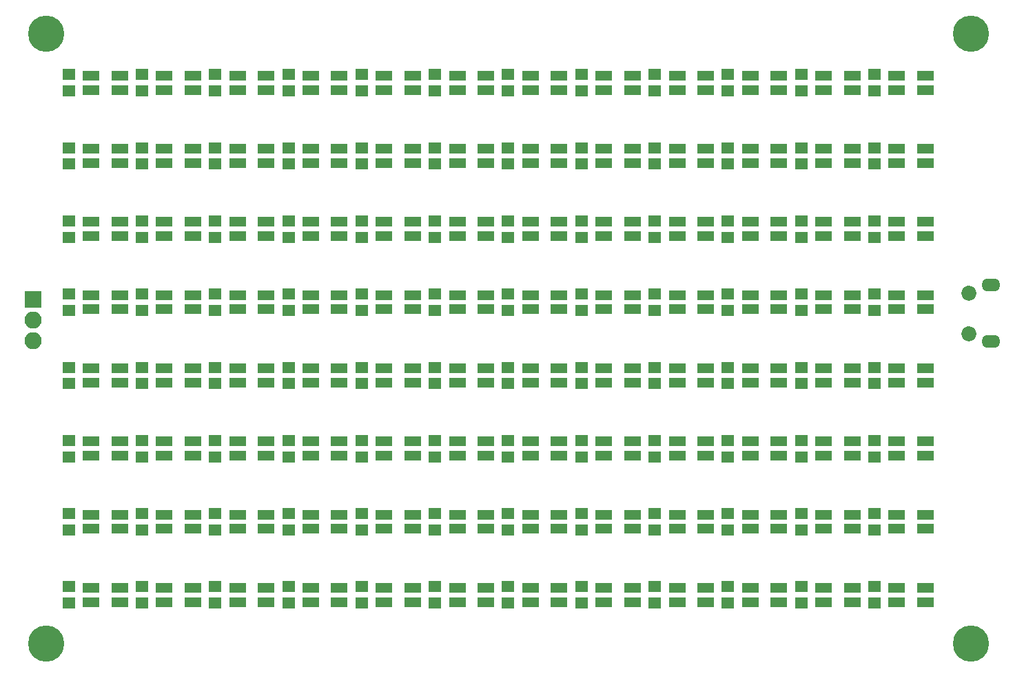
<source format=gbr>
G04 #@! TF.GenerationSoftware,KiCad,Pcbnew,(5.0.0-rc3-dev)*
G04 #@! TF.CreationDate,2018-08-27T10:34:44-04:00*
G04 #@! TF.ProjectId,Neopixel mini - 96 well,4E656F706978656C206D696E69202D20,rev?*
G04 #@! TF.SameCoordinates,Original*
G04 #@! TF.FileFunction,Soldermask,Top*
G04 #@! TF.FilePolarity,Negative*
%FSLAX46Y46*%
G04 Gerber Fmt 4.6, Leading zero omitted, Abs format (unit mm)*
G04 Created by KiCad (PCBNEW (5.0.0-rc3-dev)) date 08/27/18 10:34:44*
%MOMM*%
%LPD*%
G01*
G04 APERTURE LIST*
%ADD10C,4.464000*%
%ADD11R,2.000000X1.250000*%
%ADD12O,2.100000X2.100000*%
%ADD13R,2.100000X2.100000*%
%ADD14R,1.650000X1.400000*%
%ADD15O,2.300000X1.600000*%
%ADD16C,1.850000*%
G04 APERTURE END LIST*
D10*
G04 #@! TO.C,REF\002A\002A*
X44000000Y-119000000D03*
G04 #@! TD*
G04 #@! TO.C,REF\002A\002A*
X157600000Y-119000000D03*
G04 #@! TD*
G04 #@! TO.C,REF\002A\002A*
X157600000Y-44000000D03*
G04 #@! TD*
D11*
G04 #@! TO.C,D1*
X49500000Y-49125000D03*
X49500000Y-50875000D03*
X53000000Y-49125000D03*
X53000000Y-50875000D03*
G04 #@! TD*
G04 #@! TO.C,D2*
X62000000Y-50875000D03*
X62000000Y-49125000D03*
X58500000Y-50875000D03*
X58500000Y-49125000D03*
G04 #@! TD*
G04 #@! TO.C,D3*
X67500000Y-49125000D03*
X67500000Y-50875000D03*
X71000000Y-49125000D03*
X71000000Y-50875000D03*
G04 #@! TD*
G04 #@! TO.C,D4*
X80000000Y-50875000D03*
X80000000Y-49125000D03*
X76500000Y-50875000D03*
X76500000Y-49125000D03*
G04 #@! TD*
G04 #@! TO.C,D5*
X85500000Y-49125000D03*
X85500000Y-50875000D03*
X89000000Y-49125000D03*
X89000000Y-50875000D03*
G04 #@! TD*
G04 #@! TO.C,D6*
X98000000Y-50875000D03*
X98000000Y-49125000D03*
X94500000Y-50875000D03*
X94500000Y-49125000D03*
G04 #@! TD*
G04 #@! TO.C,D7*
X103500000Y-49125000D03*
X103500000Y-50875000D03*
X107000000Y-49125000D03*
X107000000Y-50875000D03*
G04 #@! TD*
G04 #@! TO.C,D8*
X116000000Y-50875000D03*
X116000000Y-49125000D03*
X112500000Y-50875000D03*
X112500000Y-49125000D03*
G04 #@! TD*
G04 #@! TO.C,D9*
X121500000Y-49125000D03*
X121500000Y-50875000D03*
X125000000Y-49125000D03*
X125000000Y-50875000D03*
G04 #@! TD*
D12*
G04 #@! TO.C,J1*
X42357040Y-81767680D03*
X42357040Y-79227680D03*
D13*
X42357040Y-76687680D03*
G04 #@! TD*
D14*
G04 #@! TO.C,C1*
X46750000Y-51000000D03*
X46750000Y-49000000D03*
G04 #@! TD*
G04 #@! TO.C,C2*
X55750000Y-49000000D03*
X55750000Y-51000000D03*
G04 #@! TD*
G04 #@! TO.C,C3*
X64750000Y-51000000D03*
X64750000Y-49000000D03*
G04 #@! TD*
G04 #@! TO.C,C4*
X73750000Y-49000000D03*
X73750000Y-51000000D03*
G04 #@! TD*
G04 #@! TO.C,C5*
X82750000Y-51000000D03*
X82750000Y-49000000D03*
G04 #@! TD*
G04 #@! TO.C,C6*
X91750000Y-49000000D03*
X91750000Y-51000000D03*
G04 #@! TD*
G04 #@! TO.C,C7*
X100750000Y-49000000D03*
X100750000Y-51000000D03*
G04 #@! TD*
G04 #@! TO.C,C8*
X109750000Y-49000000D03*
X109750000Y-51000000D03*
G04 #@! TD*
G04 #@! TO.C,C9*
X118750000Y-51000000D03*
X118750000Y-49000000D03*
G04 #@! TD*
G04 #@! TO.C,C10*
X127750000Y-49000000D03*
X127750000Y-51000000D03*
G04 #@! TD*
G04 #@! TO.C,C11*
X136750000Y-51000000D03*
X136750000Y-49000000D03*
G04 #@! TD*
G04 #@! TO.C,C12*
X145750000Y-49000000D03*
X145750000Y-51000000D03*
G04 #@! TD*
G04 #@! TO.C,C13*
X46750000Y-60000000D03*
X46750000Y-58000000D03*
G04 #@! TD*
G04 #@! TO.C,C14*
X55750000Y-58000000D03*
X55750000Y-60000000D03*
G04 #@! TD*
G04 #@! TO.C,C15*
X64750000Y-58000000D03*
X64750000Y-60000000D03*
G04 #@! TD*
G04 #@! TO.C,C16*
X73750000Y-60000000D03*
X73750000Y-58000000D03*
G04 #@! TD*
G04 #@! TO.C,C17*
X82750000Y-58000000D03*
X82750000Y-60000000D03*
G04 #@! TD*
G04 #@! TO.C,C18*
X91750000Y-60000000D03*
X91750000Y-58000000D03*
G04 #@! TD*
G04 #@! TO.C,C19*
X100750000Y-60000000D03*
X100750000Y-58000000D03*
G04 #@! TD*
G04 #@! TO.C,C20*
X109750000Y-60000000D03*
X109750000Y-58000000D03*
G04 #@! TD*
G04 #@! TO.C,C21*
X118750000Y-58000000D03*
X118750000Y-60000000D03*
G04 #@! TD*
G04 #@! TO.C,C22*
X127750000Y-60000000D03*
X127750000Y-58000000D03*
G04 #@! TD*
G04 #@! TO.C,C23*
X136750000Y-58000000D03*
X136750000Y-60000000D03*
G04 #@! TD*
G04 #@! TO.C,C24*
X145750000Y-60000000D03*
X145750000Y-58000000D03*
G04 #@! TD*
G04 #@! TO.C,C25*
X46750000Y-69000000D03*
X46750000Y-67000000D03*
G04 #@! TD*
G04 #@! TO.C,C26*
X55750000Y-69000000D03*
X55750000Y-67000000D03*
G04 #@! TD*
G04 #@! TO.C,C27*
X64750000Y-67000000D03*
X64750000Y-69000000D03*
G04 #@! TD*
G04 #@! TO.C,C28*
X73750000Y-69000000D03*
X73750000Y-67000000D03*
G04 #@! TD*
G04 #@! TO.C,C29*
X82750000Y-67000000D03*
X82750000Y-69000000D03*
G04 #@! TD*
G04 #@! TO.C,C30*
X91750000Y-69000000D03*
X91750000Y-67000000D03*
G04 #@! TD*
G04 #@! TO.C,C31*
X100750000Y-69000000D03*
X100750000Y-67000000D03*
G04 #@! TD*
G04 #@! TO.C,C32*
X109750000Y-69000000D03*
X109750000Y-67000000D03*
G04 #@! TD*
G04 #@! TO.C,C33*
X118750000Y-69000000D03*
X118750000Y-67000000D03*
G04 #@! TD*
G04 #@! TO.C,C34*
X127750000Y-67000000D03*
X127750000Y-69000000D03*
G04 #@! TD*
G04 #@! TO.C,C35*
X136750000Y-69000000D03*
X136750000Y-67000000D03*
G04 #@! TD*
G04 #@! TO.C,C36*
X145750000Y-67000000D03*
X145750000Y-69000000D03*
G04 #@! TD*
G04 #@! TO.C,C37*
X46750000Y-76000000D03*
X46750000Y-78000000D03*
G04 #@! TD*
G04 #@! TO.C,C38*
X55750000Y-76000000D03*
X55750000Y-78000000D03*
G04 #@! TD*
G04 #@! TO.C,C39*
X64750000Y-78000000D03*
X64750000Y-76000000D03*
G04 #@! TD*
G04 #@! TO.C,C40*
X73750000Y-76000000D03*
X73750000Y-78000000D03*
G04 #@! TD*
G04 #@! TO.C,C41*
X82750000Y-78000000D03*
X82750000Y-76000000D03*
G04 #@! TD*
G04 #@! TO.C,C42*
X91750000Y-76000000D03*
X91750000Y-78000000D03*
G04 #@! TD*
G04 #@! TO.C,C43*
X100750000Y-78000000D03*
X100750000Y-76000000D03*
G04 #@! TD*
G04 #@! TO.C,C44*
X109750000Y-76000000D03*
X109750000Y-78000000D03*
G04 #@! TD*
G04 #@! TO.C,C45*
X118750000Y-78000000D03*
X118750000Y-76000000D03*
G04 #@! TD*
G04 #@! TO.C,C46*
X127750000Y-76000000D03*
X127750000Y-78000000D03*
G04 #@! TD*
G04 #@! TO.C,C47*
X136750000Y-78000000D03*
X136750000Y-76000000D03*
G04 #@! TD*
G04 #@! TO.C,C48*
X145750000Y-76000000D03*
X145750000Y-78000000D03*
G04 #@! TD*
G04 #@! TO.C,C49*
X46750000Y-85000000D03*
X46750000Y-87000000D03*
G04 #@! TD*
G04 #@! TO.C,C50*
X55750000Y-87000000D03*
X55750000Y-85000000D03*
G04 #@! TD*
G04 #@! TO.C,C51*
X64750000Y-85000000D03*
X64750000Y-87000000D03*
G04 #@! TD*
G04 #@! TO.C,C52*
X73750000Y-85000000D03*
X73750000Y-87000000D03*
G04 #@! TD*
G04 #@! TO.C,C53*
X82750000Y-87000000D03*
X82750000Y-85000000D03*
G04 #@! TD*
G04 #@! TO.C,C54*
X91750000Y-85000000D03*
X91750000Y-87000000D03*
G04 #@! TD*
G04 #@! TO.C,C55*
X100750000Y-87000000D03*
X100750000Y-85000000D03*
G04 #@! TD*
G04 #@! TO.C,C56*
X109750000Y-85000000D03*
X109750000Y-87000000D03*
G04 #@! TD*
G04 #@! TO.C,C57*
X118750000Y-87000000D03*
X118750000Y-85000000D03*
G04 #@! TD*
G04 #@! TO.C,C58*
X127750000Y-85000000D03*
X127750000Y-87000000D03*
G04 #@! TD*
G04 #@! TO.C,C59*
X136750000Y-87000000D03*
X136750000Y-85000000D03*
G04 #@! TD*
G04 #@! TO.C,C60*
X145750000Y-85000000D03*
X145750000Y-87000000D03*
G04 #@! TD*
G04 #@! TO.C,C61*
X46750000Y-94000000D03*
X46750000Y-96000000D03*
G04 #@! TD*
G04 #@! TO.C,C62*
X55750000Y-94000000D03*
X55750000Y-96000000D03*
G04 #@! TD*
G04 #@! TO.C,C63*
X64750000Y-96000000D03*
X64750000Y-94000000D03*
G04 #@! TD*
G04 #@! TO.C,C64*
X73750000Y-94000000D03*
X73750000Y-96000000D03*
G04 #@! TD*
G04 #@! TO.C,C65*
X82750000Y-96000000D03*
X82750000Y-94000000D03*
G04 #@! TD*
G04 #@! TO.C,C66*
X91750000Y-94000000D03*
X91750000Y-96000000D03*
G04 #@! TD*
G04 #@! TO.C,C67*
X100750000Y-96000000D03*
X100750000Y-94000000D03*
G04 #@! TD*
G04 #@! TO.C,C68*
X109750000Y-94000000D03*
X109750000Y-96000000D03*
G04 #@! TD*
G04 #@! TO.C,C69*
X118750000Y-96000000D03*
X118750000Y-94000000D03*
G04 #@! TD*
G04 #@! TO.C,C70*
X127750000Y-96000000D03*
X127750000Y-94000000D03*
G04 #@! TD*
G04 #@! TO.C,C71*
X136750000Y-94000000D03*
X136750000Y-96000000D03*
G04 #@! TD*
G04 #@! TO.C,C72*
X145750000Y-94000000D03*
X145750000Y-96000000D03*
G04 #@! TD*
G04 #@! TO.C,C73*
X46750000Y-103000000D03*
X46750000Y-105000000D03*
G04 #@! TD*
G04 #@! TO.C,C74*
X55750000Y-105000000D03*
X55750000Y-103000000D03*
G04 #@! TD*
G04 #@! TO.C,C75*
X64750000Y-105000000D03*
X64750000Y-103000000D03*
G04 #@! TD*
G04 #@! TO.C,C76*
X73750000Y-105000000D03*
X73750000Y-103000000D03*
G04 #@! TD*
G04 #@! TO.C,C77*
X82750000Y-105000000D03*
X82750000Y-103000000D03*
G04 #@! TD*
G04 #@! TO.C,C78*
X91750000Y-103000000D03*
X91750000Y-105000000D03*
G04 #@! TD*
G04 #@! TO.C,C79*
X100750000Y-105000000D03*
X100750000Y-103000000D03*
G04 #@! TD*
G04 #@! TO.C,C80*
X109750000Y-103000000D03*
X109750000Y-105000000D03*
G04 #@! TD*
G04 #@! TO.C,C81*
X118750000Y-105000000D03*
X118750000Y-103000000D03*
G04 #@! TD*
G04 #@! TO.C,C82*
X127750000Y-103000000D03*
X127750000Y-105000000D03*
G04 #@! TD*
G04 #@! TO.C,C83*
X136750000Y-105000000D03*
X136750000Y-103000000D03*
G04 #@! TD*
G04 #@! TO.C,C84*
X145750000Y-105000000D03*
X145750000Y-103000000D03*
G04 #@! TD*
G04 #@! TO.C,C85*
X46750000Y-114000000D03*
X46750000Y-112000000D03*
G04 #@! TD*
G04 #@! TO.C,C86*
X55750000Y-114000000D03*
X55750000Y-112000000D03*
G04 #@! TD*
G04 #@! TO.C,C87*
X64750000Y-112000000D03*
X64750000Y-114000000D03*
G04 #@! TD*
G04 #@! TO.C,C88*
X73750000Y-112000000D03*
X73750000Y-114000000D03*
G04 #@! TD*
G04 #@! TO.C,C89*
X82750000Y-112000000D03*
X82750000Y-114000000D03*
G04 #@! TD*
G04 #@! TO.C,C90*
X91750000Y-114000000D03*
X91750000Y-112000000D03*
G04 #@! TD*
G04 #@! TO.C,C91*
X100750000Y-114000000D03*
X100750000Y-112000000D03*
G04 #@! TD*
G04 #@! TO.C,C92*
X109750000Y-114000000D03*
X109750000Y-112000000D03*
G04 #@! TD*
G04 #@! TO.C,C93*
X118750000Y-112000000D03*
X118750000Y-114000000D03*
G04 #@! TD*
G04 #@! TO.C,C94*
X127750000Y-112000000D03*
X127750000Y-114000000D03*
G04 #@! TD*
G04 #@! TO.C,C95*
X136750000Y-112000000D03*
X136750000Y-114000000D03*
G04 #@! TD*
G04 #@! TO.C,C96*
X145750000Y-112000000D03*
X145750000Y-114000000D03*
G04 #@! TD*
D11*
G04 #@! TO.C,D10*
X130500000Y-49125000D03*
X130500000Y-50875000D03*
X134000000Y-49125000D03*
X134000000Y-50875000D03*
G04 #@! TD*
G04 #@! TO.C,D11*
X143000000Y-50875000D03*
X143000000Y-49125000D03*
X139500000Y-50875000D03*
X139500000Y-49125000D03*
G04 #@! TD*
G04 #@! TO.C,D12*
X152000000Y-50875000D03*
X152000000Y-49125000D03*
X148500000Y-50875000D03*
X148500000Y-49125000D03*
G04 #@! TD*
G04 #@! TO.C,D13*
X49500000Y-58125000D03*
X49500000Y-59875000D03*
X53000000Y-58125000D03*
X53000000Y-59875000D03*
G04 #@! TD*
G04 #@! TO.C,D14*
X58500000Y-58125000D03*
X58500000Y-59875000D03*
X62000000Y-58125000D03*
X62000000Y-59875000D03*
G04 #@! TD*
G04 #@! TO.C,D15*
X71000000Y-59875000D03*
X71000000Y-58125000D03*
X67500000Y-59875000D03*
X67500000Y-58125000D03*
G04 #@! TD*
G04 #@! TO.C,D16*
X80000000Y-59875000D03*
X80000000Y-58125000D03*
X76500000Y-59875000D03*
X76500000Y-58125000D03*
G04 #@! TD*
G04 #@! TO.C,D17*
X85500000Y-58125000D03*
X85500000Y-59875000D03*
X89000000Y-58125000D03*
X89000000Y-59875000D03*
G04 #@! TD*
G04 #@! TO.C,D18*
X94500000Y-58125000D03*
X94500000Y-59875000D03*
X98000000Y-58125000D03*
X98000000Y-59875000D03*
G04 #@! TD*
G04 #@! TO.C,D19*
X107000000Y-59875000D03*
X107000000Y-58125000D03*
X103500000Y-59875000D03*
X103500000Y-58125000D03*
G04 #@! TD*
G04 #@! TO.C,D20*
X116000000Y-59875000D03*
X116000000Y-58125000D03*
X112500000Y-59875000D03*
X112500000Y-58125000D03*
G04 #@! TD*
G04 #@! TO.C,D21*
X121500000Y-58125000D03*
X121500000Y-59875000D03*
X125000000Y-58125000D03*
X125000000Y-59875000D03*
G04 #@! TD*
G04 #@! TO.C,D22*
X134000000Y-59875000D03*
X134000000Y-58125000D03*
X130500000Y-59875000D03*
X130500000Y-58125000D03*
G04 #@! TD*
G04 #@! TO.C,D23*
X139500000Y-58125000D03*
X139500000Y-59875000D03*
X143000000Y-58125000D03*
X143000000Y-59875000D03*
G04 #@! TD*
G04 #@! TO.C,D24*
X148500000Y-58125000D03*
X148500000Y-59875000D03*
X152000000Y-58125000D03*
X152000000Y-59875000D03*
G04 #@! TD*
G04 #@! TO.C,D25*
X53000000Y-68875000D03*
X53000000Y-67125000D03*
X49500000Y-68875000D03*
X49500000Y-67125000D03*
G04 #@! TD*
G04 #@! TO.C,D26*
X62000000Y-68875000D03*
X62000000Y-67125000D03*
X58500000Y-68875000D03*
X58500000Y-67125000D03*
G04 #@! TD*
G04 #@! TO.C,D27*
X67500000Y-67125000D03*
X67500000Y-68875000D03*
X71000000Y-67125000D03*
X71000000Y-68875000D03*
G04 #@! TD*
G04 #@! TO.C,D28*
X80000000Y-68875000D03*
X80000000Y-67125000D03*
X76500000Y-68875000D03*
X76500000Y-67125000D03*
G04 #@! TD*
G04 #@! TO.C,D29*
X85500000Y-67125000D03*
X85500000Y-68875000D03*
X89000000Y-67125000D03*
X89000000Y-68875000D03*
G04 #@! TD*
G04 #@! TO.C,D30*
X94500000Y-67125000D03*
X94500000Y-68875000D03*
X98000000Y-67125000D03*
X98000000Y-68875000D03*
G04 #@! TD*
G04 #@! TO.C,D31*
X107000000Y-68875000D03*
X107000000Y-67125000D03*
X103500000Y-68875000D03*
X103500000Y-67125000D03*
G04 #@! TD*
G04 #@! TO.C,D32*
X112500000Y-67125000D03*
X112500000Y-68875000D03*
X116000000Y-67125000D03*
X116000000Y-68875000D03*
G04 #@! TD*
G04 #@! TO.C,D33*
X125000000Y-68875000D03*
X125000000Y-67125000D03*
X121500000Y-68875000D03*
X121500000Y-67125000D03*
G04 #@! TD*
G04 #@! TO.C,D34*
X130500000Y-67125000D03*
X130500000Y-68875000D03*
X134000000Y-67125000D03*
X134000000Y-68875000D03*
G04 #@! TD*
G04 #@! TO.C,D35*
X143000000Y-68875000D03*
X143000000Y-67125000D03*
X139500000Y-68875000D03*
X139500000Y-67125000D03*
G04 #@! TD*
G04 #@! TO.C,D36*
X152000000Y-68875000D03*
X152000000Y-67125000D03*
X148500000Y-68875000D03*
X148500000Y-67125000D03*
G04 #@! TD*
G04 #@! TO.C,D37*
X49500000Y-76125000D03*
X49500000Y-77875000D03*
X53000000Y-76125000D03*
X53000000Y-77875000D03*
G04 #@! TD*
G04 #@! TO.C,D38*
X58500000Y-76125000D03*
X58500000Y-77875000D03*
X62000000Y-76125000D03*
X62000000Y-77875000D03*
G04 #@! TD*
G04 #@! TO.C,D39*
X71000000Y-77875000D03*
X71000000Y-76125000D03*
X67500000Y-77875000D03*
X67500000Y-76125000D03*
G04 #@! TD*
G04 #@! TO.C,D40*
X76500000Y-76125000D03*
X76500000Y-77875000D03*
X80000000Y-76125000D03*
X80000000Y-77875000D03*
G04 #@! TD*
G04 #@! TO.C,D41*
X89000000Y-77875000D03*
X89000000Y-76125000D03*
X85500000Y-77875000D03*
X85500000Y-76125000D03*
G04 #@! TD*
G04 #@! TO.C,D42*
X94500000Y-76125000D03*
X94500000Y-77875000D03*
X98000000Y-76125000D03*
X98000000Y-77875000D03*
G04 #@! TD*
G04 #@! TO.C,D43*
X107000000Y-77875000D03*
X107000000Y-76125000D03*
X103500000Y-77875000D03*
X103500000Y-76125000D03*
G04 #@! TD*
G04 #@! TO.C,D44*
X112500000Y-76125000D03*
X112500000Y-77875000D03*
X116000000Y-76125000D03*
X116000000Y-77875000D03*
G04 #@! TD*
G04 #@! TO.C,D45*
X125000000Y-77875000D03*
X125000000Y-76125000D03*
X121500000Y-77875000D03*
X121500000Y-76125000D03*
G04 #@! TD*
G04 #@! TO.C,D46*
X130500000Y-76125000D03*
X130500000Y-77875000D03*
X134000000Y-76125000D03*
X134000000Y-77875000D03*
G04 #@! TD*
G04 #@! TO.C,D47*
X143000000Y-77875000D03*
X143000000Y-76125000D03*
X139500000Y-77875000D03*
X139500000Y-76125000D03*
G04 #@! TD*
G04 #@! TO.C,D48*
X152000000Y-77875000D03*
X152000000Y-76125000D03*
X148500000Y-77875000D03*
X148500000Y-76125000D03*
G04 #@! TD*
G04 #@! TO.C,D49*
X49500000Y-85125000D03*
X49500000Y-86875000D03*
X53000000Y-85125000D03*
X53000000Y-86875000D03*
G04 #@! TD*
G04 #@! TO.C,D50*
X58500000Y-85125000D03*
X58500000Y-86875000D03*
X62000000Y-85125000D03*
X62000000Y-86875000D03*
G04 #@! TD*
G04 #@! TO.C,D51*
X71000000Y-86875000D03*
X71000000Y-85125000D03*
X67500000Y-86875000D03*
X67500000Y-85125000D03*
G04 #@! TD*
G04 #@! TO.C,D52*
X76500000Y-85125000D03*
X76500000Y-86875000D03*
X80000000Y-85125000D03*
X80000000Y-86875000D03*
G04 #@! TD*
G04 #@! TO.C,D53*
X89000000Y-86875000D03*
X89000000Y-85125000D03*
X85500000Y-86875000D03*
X85500000Y-85125000D03*
G04 #@! TD*
G04 #@! TO.C,D54*
X94500000Y-85125000D03*
X94500000Y-86875000D03*
X98000000Y-85125000D03*
X98000000Y-86875000D03*
G04 #@! TD*
G04 #@! TO.C,D55*
X107000000Y-86875000D03*
X107000000Y-85125000D03*
X103500000Y-86875000D03*
X103500000Y-85125000D03*
G04 #@! TD*
G04 #@! TO.C,D56*
X112500000Y-85125000D03*
X112500000Y-86875000D03*
X116000000Y-85125000D03*
X116000000Y-86875000D03*
G04 #@! TD*
G04 #@! TO.C,D57*
X125000000Y-86875000D03*
X125000000Y-85125000D03*
X121500000Y-86875000D03*
X121500000Y-85125000D03*
G04 #@! TD*
G04 #@! TO.C,D58*
X134000000Y-86875000D03*
X134000000Y-85125000D03*
X130500000Y-86875000D03*
X130500000Y-85125000D03*
G04 #@! TD*
G04 #@! TO.C,D59*
X139500000Y-85125000D03*
X139500000Y-86875000D03*
X143000000Y-85125000D03*
X143000000Y-86875000D03*
G04 #@! TD*
G04 #@! TO.C,D60*
X148500000Y-85125000D03*
X148500000Y-86875000D03*
X152000000Y-85125000D03*
X152000000Y-86875000D03*
G04 #@! TD*
G04 #@! TO.C,D61*
X53000000Y-95875000D03*
X53000000Y-94125000D03*
X49500000Y-95875000D03*
X49500000Y-94125000D03*
G04 #@! TD*
G04 #@! TO.C,D62*
X62000000Y-95875000D03*
X62000000Y-94125000D03*
X58500000Y-95875000D03*
X58500000Y-94125000D03*
G04 #@! TD*
G04 #@! TO.C,D63*
X67500000Y-94125000D03*
X67500000Y-95875000D03*
X71000000Y-94125000D03*
X71000000Y-95875000D03*
G04 #@! TD*
G04 #@! TO.C,D64*
X80000000Y-95875000D03*
X80000000Y-94125000D03*
X76500000Y-95875000D03*
X76500000Y-94125000D03*
G04 #@! TD*
G04 #@! TO.C,D65*
X85500000Y-94125000D03*
X85500000Y-95875000D03*
X89000000Y-94125000D03*
X89000000Y-95875000D03*
G04 #@! TD*
G04 #@! TO.C,D66*
X98000000Y-95875000D03*
X98000000Y-94125000D03*
X94500000Y-95875000D03*
X94500000Y-94125000D03*
G04 #@! TD*
G04 #@! TO.C,D67*
X103500000Y-94125000D03*
X103500000Y-95875000D03*
X107000000Y-94125000D03*
X107000000Y-95875000D03*
G04 #@! TD*
G04 #@! TO.C,D68*
X116000000Y-95875000D03*
X116000000Y-94125000D03*
X112500000Y-95875000D03*
X112500000Y-94125000D03*
G04 #@! TD*
G04 #@! TO.C,D69*
X121500000Y-94125000D03*
X121500000Y-95875000D03*
X125000000Y-94125000D03*
X125000000Y-95875000D03*
G04 #@! TD*
G04 #@! TO.C,D70*
X134000000Y-95875000D03*
X134000000Y-94125000D03*
X130500000Y-95875000D03*
X130500000Y-94125000D03*
G04 #@! TD*
G04 #@! TO.C,D71*
X139500000Y-94125000D03*
X139500000Y-95875000D03*
X143000000Y-94125000D03*
X143000000Y-95875000D03*
G04 #@! TD*
G04 #@! TO.C,D72*
X148500000Y-94125000D03*
X148500000Y-95875000D03*
X152000000Y-94125000D03*
X152000000Y-95875000D03*
G04 #@! TD*
G04 #@! TO.C,D73*
X53000000Y-104875000D03*
X53000000Y-103125000D03*
X49500000Y-104875000D03*
X49500000Y-103125000D03*
G04 #@! TD*
G04 #@! TO.C,D74*
X62000000Y-104875000D03*
X62000000Y-103125000D03*
X58500000Y-104875000D03*
X58500000Y-103125000D03*
G04 #@! TD*
G04 #@! TO.C,D75*
X67500000Y-103125000D03*
X67500000Y-104875000D03*
X71000000Y-103125000D03*
X71000000Y-104875000D03*
G04 #@! TD*
G04 #@! TO.C,D76*
X80000000Y-104875000D03*
X80000000Y-103125000D03*
X76500000Y-104875000D03*
X76500000Y-103125000D03*
G04 #@! TD*
G04 #@! TO.C,D77*
X85500000Y-103125000D03*
X85500000Y-104875000D03*
X89000000Y-103125000D03*
X89000000Y-104875000D03*
G04 #@! TD*
G04 #@! TO.C,D78*
X98000000Y-104875000D03*
X98000000Y-103125000D03*
X94500000Y-104875000D03*
X94500000Y-103125000D03*
G04 #@! TD*
G04 #@! TO.C,D79*
X103500000Y-103125000D03*
X103500000Y-104875000D03*
X107000000Y-103125000D03*
X107000000Y-104875000D03*
G04 #@! TD*
G04 #@! TO.C,D80*
X116000000Y-104875000D03*
X116000000Y-103125000D03*
X112500000Y-104875000D03*
X112500000Y-103125000D03*
G04 #@! TD*
G04 #@! TO.C,D81*
X121500000Y-103125000D03*
X121500000Y-104875000D03*
X125000000Y-103125000D03*
X125000000Y-104875000D03*
G04 #@! TD*
G04 #@! TO.C,D82*
X134000000Y-104875000D03*
X134000000Y-103125000D03*
X130500000Y-104875000D03*
X130500000Y-103125000D03*
G04 #@! TD*
G04 #@! TO.C,D83*
X139500000Y-103125000D03*
X139500000Y-104875000D03*
X143000000Y-103125000D03*
X143000000Y-104875000D03*
G04 #@! TD*
G04 #@! TO.C,D84*
X148500000Y-103125000D03*
X148500000Y-104875000D03*
X152000000Y-103125000D03*
X152000000Y-104875000D03*
G04 #@! TD*
G04 #@! TO.C,D85*
X53000000Y-113875000D03*
X53000000Y-112125000D03*
X49500000Y-113875000D03*
X49500000Y-112125000D03*
G04 #@! TD*
G04 #@! TO.C,D86*
X62000000Y-113875000D03*
X62000000Y-112125000D03*
X58500000Y-113875000D03*
X58500000Y-112125000D03*
G04 #@! TD*
G04 #@! TO.C,D87*
X67500000Y-112125000D03*
X67500000Y-113875000D03*
X71000000Y-112125000D03*
X71000000Y-113875000D03*
G04 #@! TD*
G04 #@! TO.C,D88*
X80000000Y-113875000D03*
X80000000Y-112125000D03*
X76500000Y-113875000D03*
X76500000Y-112125000D03*
G04 #@! TD*
G04 #@! TO.C,D89*
X85500000Y-112125000D03*
X85500000Y-113875000D03*
X89000000Y-112125000D03*
X89000000Y-113875000D03*
G04 #@! TD*
G04 #@! TO.C,D90*
X98000000Y-113875000D03*
X98000000Y-112125000D03*
X94500000Y-113875000D03*
X94500000Y-112125000D03*
G04 #@! TD*
G04 #@! TO.C,D91*
X103500000Y-112125000D03*
X103500000Y-113875000D03*
X107000000Y-112125000D03*
X107000000Y-113875000D03*
G04 #@! TD*
G04 #@! TO.C,D92*
X116000000Y-113875000D03*
X116000000Y-112125000D03*
X112500000Y-113875000D03*
X112500000Y-112125000D03*
G04 #@! TD*
G04 #@! TO.C,D93*
X121500000Y-112125000D03*
X121500000Y-113875000D03*
X125000000Y-112125000D03*
X125000000Y-113875000D03*
G04 #@! TD*
G04 #@! TO.C,D94*
X134000000Y-113875000D03*
X134000000Y-112125000D03*
X130500000Y-113875000D03*
X130500000Y-112125000D03*
G04 #@! TD*
G04 #@! TO.C,D95*
X139500000Y-112125000D03*
X139500000Y-113875000D03*
X143000000Y-112125000D03*
X143000000Y-113875000D03*
G04 #@! TD*
G04 #@! TO.C,D96*
X148500000Y-112125000D03*
X148500000Y-113875000D03*
X152000000Y-112125000D03*
X152000000Y-113875000D03*
G04 #@! TD*
D10*
G04 #@! TO.C,REF\002A\002A*
X44000000Y-44000000D03*
G04 #@! TD*
D15*
G04 #@! TO.C,J2*
X160029640Y-81853920D03*
X160029640Y-74853920D03*
D16*
X157329640Y-80853920D03*
X157329640Y-75853920D03*
G04 #@! TD*
M02*

</source>
